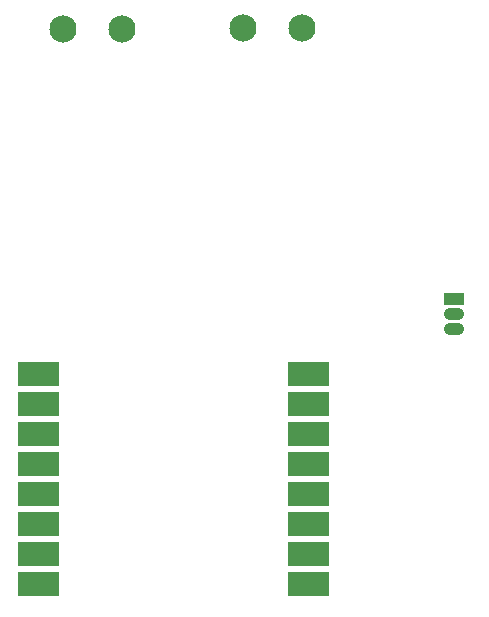
<source format=gbs>
G04 Layer: BottomSolderMaskLayer*
G04 EasyEDA v6.4.20.6, 2021-08-11T14:47:25--4:00*
G04 e974da8606444200a0902e9624b14983,f06b2ae44ace4e68bcf10d52e37fd181,10*
G04 Gerber Generator version 0.2*
G04 Scale: 100 percent, Rotated: No, Reflected: No *
G04 Dimensions in millimeters *
G04 leading zeros omitted , absolute positions ,4 integer and 5 decimal *
%FSLAX45Y45*%
%MOMM*%

%ADD18C,1.0016*%
%ADD20C,2.3016*%

%LPD*%
D18*
X6664401Y3911600D02*
G01*
X6594401Y3911600D01*
X6664401Y4038600D02*
G01*
X6594401Y4038600D01*
G36*
X2936747Y3429000D02*
G01*
X2936747Y3632200D01*
X3286252Y3632200D01*
X3286252Y3429000D01*
G37*
G36*
X5222747Y1651000D02*
G01*
X5222747Y1854200D01*
X5572252Y1854200D01*
X5572252Y1651000D01*
G37*
G36*
X5222747Y1905000D02*
G01*
X5222747Y2108200D01*
X5572252Y2108200D01*
X5572252Y1905000D01*
G37*
G36*
X5222747Y2159000D02*
G01*
X5222747Y2362200D01*
X5572252Y2362200D01*
X5572252Y2159000D01*
G37*
G36*
X5222747Y2413000D02*
G01*
X5222747Y2616200D01*
X5572252Y2616200D01*
X5572252Y2413000D01*
G37*
G36*
X5222747Y2667000D02*
G01*
X5222747Y2870200D01*
X5572252Y2870200D01*
X5572252Y2667000D01*
G37*
G36*
X5222747Y2921000D02*
G01*
X5222747Y3124200D01*
X5572252Y3124200D01*
X5572252Y2921000D01*
G37*
G36*
X5222747Y3175000D02*
G01*
X5222747Y3378200D01*
X5572252Y3378200D01*
X5572252Y3175000D01*
G37*
G36*
X5222747Y3429000D02*
G01*
X5222747Y3632200D01*
X5572252Y3632200D01*
X5572252Y3429000D01*
G37*
G36*
X2936747Y1651000D02*
G01*
X2936747Y1854200D01*
X3286252Y1854200D01*
X3286252Y1651000D01*
G37*
G36*
X2936747Y1905000D02*
G01*
X2936747Y2108200D01*
X3286252Y2108200D01*
X3286252Y1905000D01*
G37*
G36*
X2936747Y2159000D02*
G01*
X2936747Y2362200D01*
X3286252Y2362200D01*
X3286252Y2159000D01*
G37*
G36*
X2936747Y2413000D02*
G01*
X2936747Y2616200D01*
X3286252Y2616200D01*
X3286252Y2413000D01*
G37*
G36*
X2936747Y2667000D02*
G01*
X2936747Y2870200D01*
X3286252Y2870200D01*
X3286252Y2667000D01*
G37*
G36*
X2936747Y2921000D02*
G01*
X2936747Y3124200D01*
X3286252Y3124200D01*
X3286252Y2921000D01*
G37*
G36*
X2936747Y3175000D02*
G01*
X2936747Y3378200D01*
X3286252Y3378200D01*
X3286252Y3175000D01*
G37*
D20*
G01*
X3318713Y6451600D03*
G01*
X3818712Y6451600D03*
G01*
X4842713Y6464300D03*
G01*
X5342712Y6464300D03*
G36*
X6544309Y4115562D02*
G01*
X6544309Y4215637D01*
X6714490Y4215637D01*
X6714490Y4115562D01*
G37*
M02*

</source>
